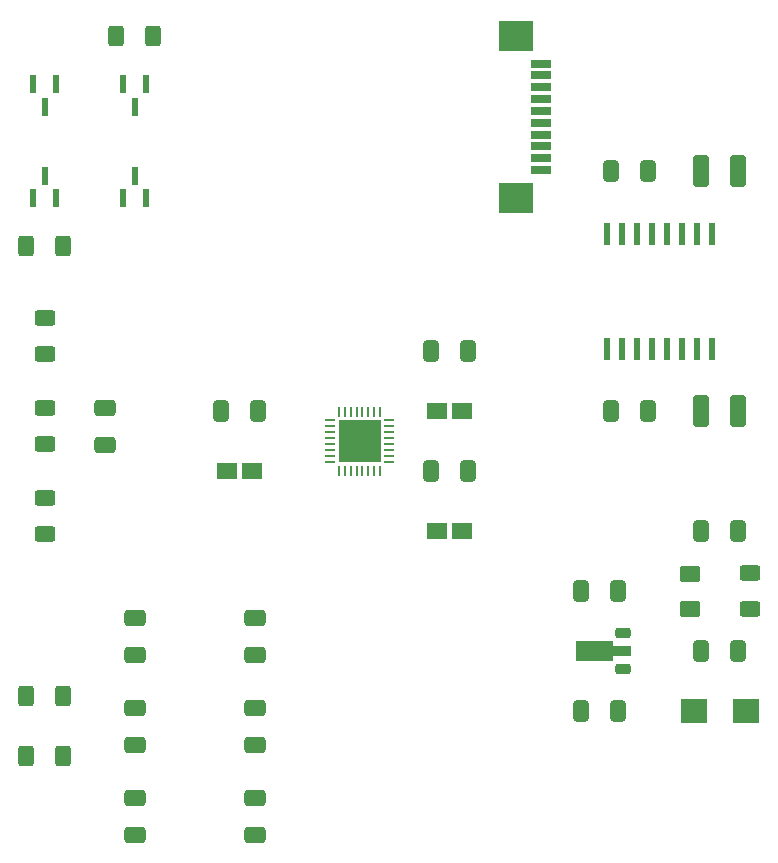
<source format=gbr>
%TF.GenerationSoftware,KiCad,Pcbnew,8.0.3-8.0.3-0~ubuntu22.04.1*%
%TF.CreationDate,2024-10-28T10:53:40+03:00*%
%TF.ProjectId,PM-AI1-W,504d2d41-4931-42d5-972e-6b696361645f,rev?*%
%TF.SameCoordinates,Original*%
%TF.FileFunction,Paste,Top*%
%TF.FilePolarity,Positive*%
%FSLAX46Y46*%
G04 Gerber Fmt 4.6, Leading zero omitted, Abs format (unit mm)*
G04 Created by KiCad (PCBNEW 8.0.3-8.0.3-0~ubuntu22.04.1) date 2024-10-28 10:53:40*
%MOMM*%
%LPD*%
G01*
G04 APERTURE LIST*
G04 Aperture macros list*
%AMRoundRect*
0 Rectangle with rounded corners*
0 $1 Rounding radius*
0 $2 $3 $4 $5 $6 $7 $8 $9 X,Y pos of 4 corners*
0 Add a 4 corners polygon primitive as box body*
4,1,4,$2,$3,$4,$5,$6,$7,$8,$9,$2,$3,0*
0 Add four circle primitives for the rounded corners*
1,1,$1+$1,$2,$3*
1,1,$1+$1,$4,$5*
1,1,$1+$1,$6,$7*
1,1,$1+$1,$8,$9*
0 Add four rect primitives between the rounded corners*
20,1,$1+$1,$2,$3,$4,$5,0*
20,1,$1+$1,$4,$5,$6,$7,0*
20,1,$1+$1,$6,$7,$8,$9,0*
20,1,$1+$1,$8,$9,$2,$3,0*%
%AMFreePoly0*
4,1,9,3.862500,-0.866500,0.737500,-0.866500,0.737500,-0.450000,-0.737500,-0.450000,-0.737500,0.450000,0.737500,0.450000,0.737500,0.866500,3.862500,0.866500,3.862500,-0.866500,3.862500,-0.866500,$1*%
G04 Aperture macros list end*
%ADD10C,0.000000*%
%ADD11R,0.609600X1.625600*%
%ADD12RoundRect,0.250000X-0.625000X0.400000X-0.625000X-0.400000X0.625000X-0.400000X0.625000X0.400000X0*%
%ADD13R,1.738275X1.397000*%
%ADD14RoundRect,0.250000X0.650000X-0.412500X0.650000X0.412500X-0.650000X0.412500X-0.650000X-0.412500X0*%
%ADD15RoundRect,0.250000X-0.412500X-1.100000X0.412500X-1.100000X0.412500X1.100000X-0.412500X1.100000X0*%
%ADD16RoundRect,0.225000X0.425000X0.225000X-0.425000X0.225000X-0.425000X-0.225000X0.425000X-0.225000X0*%
%ADD17FreePoly0,180.000000*%
%ADD18RoundRect,0.250000X-0.400000X-0.625000X0.400000X-0.625000X0.400000X0.625000X-0.400000X0.625000X0*%
%ADD19RoundRect,0.250000X0.625000X-0.400000X0.625000X0.400000X-0.625000X0.400000X-0.625000X-0.400000X0*%
%ADD20RoundRect,0.250000X0.412500X0.650000X-0.412500X0.650000X-0.412500X-0.650000X0.412500X-0.650000X0*%
%ADD21RoundRect,0.250000X-0.412500X-0.650000X0.412500X-0.650000X0.412500X0.650000X-0.412500X0.650000X0*%
%ADD22RoundRect,0.250000X-0.650000X0.412500X-0.650000X-0.412500X0.650000X-0.412500X0.650000X0.412500X0*%
%ADD23R,0.482600X1.854200*%
%ADD24RoundRect,0.250001X-0.624999X0.462499X-0.624999X-0.462499X0.624999X-0.462499X0.624999X0.462499X0*%
%ADD25R,2.250000X2.150000*%
%ADD26R,1.803400X0.635000*%
%ADD27R,2.997200X2.590800*%
%ADD28R,0.274600X0.906400*%
%ADD29R,0.906400X0.274600*%
%ADD30R,3.650001X3.650001*%
G04 APERTURE END LIST*
D10*
%TO.C,U1*%
G36*
X10060000Y2640000D02*
G01*
X8435000Y2640000D01*
X8435000Y4265000D01*
X10060000Y4265000D01*
X10060000Y2640000D01*
G37*
G36*
X10060000Y815000D02*
G01*
X8435000Y815000D01*
X8435000Y2440000D01*
X10060000Y2440000D01*
X10060000Y815000D01*
G37*
G36*
X11885000Y2640000D02*
G01*
X10260000Y2640000D01*
X10260000Y4265000D01*
X11885000Y4265000D01*
X11885000Y2640000D01*
G37*
G36*
X11885000Y815000D02*
G01*
X10260000Y815000D01*
X10260000Y2440000D01*
X11885000Y2440000D01*
X11885000Y815000D01*
G37*
%TD*%
D11*
%TO.C,Q1*%
X-17462500Y23134000D03*
X-15557500Y23134000D03*
X-16510000Y25028050D03*
%TD*%
D12*
%TO.C,R6*%
X-16510000Y12980000D03*
X-16510000Y9880000D03*
%TD*%
D13*
%TO.C,C18*%
X16693337Y5080000D03*
X18866663Y5080000D03*
%TD*%
D14*
%TO.C,C11*%
X1270000Y-15532500D03*
X1270000Y-12407500D03*
%TD*%
D15*
%TO.C,C6*%
X39077500Y25400000D03*
X42202500Y25400000D03*
%TD*%
D11*
%TO.C,Q4*%
X-9842500Y23134000D03*
X-7937500Y23134000D03*
X-8890000Y25028050D03*
%TD*%
D12*
%TO.C,R7*%
X-16510000Y5360000D03*
X-16510000Y2260000D03*
%TD*%
D11*
%TO.C,Q2*%
X-15557500Y32746000D03*
X-17462500Y32746000D03*
X-16510000Y30851950D03*
%TD*%
D16*
%TO.C,U4*%
X32430000Y-16740000D03*
D17*
X32342500Y-15240000D03*
D16*
X32430000Y-13740000D03*
%TD*%
D18*
%TO.C,R4*%
X-18060000Y-24130000D03*
X-14960000Y-24130000D03*
%TD*%
D19*
%TO.C,R16*%
X43180000Y-11710000D03*
X43180000Y-8610000D03*
%TD*%
D20*
%TO.C,C15*%
X32042500Y-10160000D03*
X28917500Y-10160000D03*
%TD*%
D21*
%TO.C,C1*%
X-1562500Y5080000D03*
X1562500Y5080000D03*
%TD*%
D14*
%TO.C,C8*%
X-8890000Y-15532500D03*
X-8890000Y-12407500D03*
%TD*%
D22*
%TO.C,C14*%
X-11430000Y5372500D03*
X-11430000Y2247500D03*
%TD*%
D23*
%TO.C,U3*%
X40005000Y20116800D03*
X38735000Y20116800D03*
X37465000Y20116800D03*
X36195000Y20116800D03*
X34925000Y20116800D03*
X33655000Y20116800D03*
X32385000Y20116800D03*
X31115000Y20116800D03*
X31115000Y10363200D03*
X32385000Y10363200D03*
X33655000Y10363200D03*
X34925000Y10363200D03*
X36195000Y10363200D03*
X37465000Y10363200D03*
X38735000Y10363200D03*
X40005000Y10363200D03*
%TD*%
D22*
%TO.C,C10*%
X-8890000Y-27647500D03*
X-8890000Y-30772500D03*
%TD*%
D20*
%TO.C,C3*%
X34582500Y5080000D03*
X31457500Y5080000D03*
%TD*%
D21*
%TO.C,C19*%
X16217500Y10160000D03*
X19342500Y10160000D03*
%TD*%
D22*
%TO.C,C9*%
X-8890000Y-20027500D03*
X-8890000Y-23152500D03*
%TD*%
D24*
%TO.C,L1*%
X38100000Y-8672500D03*
X38100000Y-11647500D03*
%TD*%
D18*
%TO.C,R9*%
X-18060000Y19050000D03*
X-14960000Y19050000D03*
%TD*%
D11*
%TO.C,Q7*%
X-7937500Y32746000D03*
X-9842500Y32746000D03*
X-8890000Y30851950D03*
%TD*%
D18*
%TO.C,R10*%
X-10440000Y36830000D03*
X-7340000Y36830000D03*
%TD*%
D25*
%TO.C,D1*%
X38440000Y-20320000D03*
X42840000Y-20320000D03*
%TD*%
D26*
%TO.C,J2*%
X25556000Y34499991D03*
X25556000Y33499993D03*
X25556000Y32499995D03*
X25556000Y31499997D03*
X25556000Y30499999D03*
X25556000Y29500001D03*
X25556000Y28500003D03*
X25556000Y27500005D03*
X25556000Y26500007D03*
X25556000Y25500009D03*
D27*
X23385999Y36850002D03*
X23385999Y23149998D03*
%TD*%
D20*
%TO.C,C7*%
X32042500Y-20320000D03*
X28917500Y-20320000D03*
%TD*%
D21*
%TO.C,C21*%
X39077500Y-15240000D03*
X42202500Y-15240000D03*
%TD*%
D22*
%TO.C,C12*%
X1270000Y-20027500D03*
X1270000Y-23152500D03*
%TD*%
%TO.C,C13*%
X1270000Y-27647500D03*
X1270000Y-30772500D03*
%TD*%
D18*
%TO.C,R3*%
X-18060000Y-19050000D03*
X-14960000Y-19050000D03*
%TD*%
D15*
%TO.C,C4*%
X39077500Y5080000D03*
X42202500Y5080000D03*
%TD*%
D21*
%TO.C,C16*%
X16217500Y0D03*
X19342500Y0D03*
%TD*%
D12*
%TO.C,R8*%
X-16510000Y-2260000D03*
X-16510000Y-5360000D03*
%TD*%
D28*
%TO.C,U1*%
X11909999Y5043200D03*
X11410000Y5043200D03*
X10910001Y5043200D03*
X10410000Y5043200D03*
X9910000Y5043200D03*
X9409999Y5043200D03*
X8910000Y5043200D03*
X8410001Y5043200D03*
D29*
X7656800Y4289999D03*
X7656800Y3790000D03*
X7656800Y3290001D03*
X7656800Y2790000D03*
X7656800Y2290000D03*
X7656800Y1789999D03*
X7656800Y1290000D03*
X7656800Y790001D03*
D28*
X8410001Y36800D03*
X8910000Y36800D03*
X9409999Y36800D03*
X9910000Y36800D03*
X10410000Y36800D03*
X10910001Y36800D03*
X11410000Y36800D03*
X11909999Y36800D03*
D29*
X12663200Y790001D03*
X12663200Y1290000D03*
X12663200Y1789999D03*
X12663200Y2290000D03*
X12663200Y2790000D03*
X12663200Y3290001D03*
X12663200Y3790000D03*
X12663200Y4289999D03*
D30*
X10160000Y2540000D03*
%TD*%
D20*
%TO.C,C5*%
X34582500Y25400000D03*
X31457500Y25400000D03*
%TD*%
D13*
%TO.C,C17*%
X16693337Y-5080000D03*
X18866663Y-5080000D03*
%TD*%
D21*
%TO.C,C20*%
X39077500Y-5080000D03*
X42202500Y-5080000D03*
%TD*%
D13*
%TO.C,C2*%
X1086663Y0D03*
X-1086663Y0D03*
%TD*%
M02*

</source>
